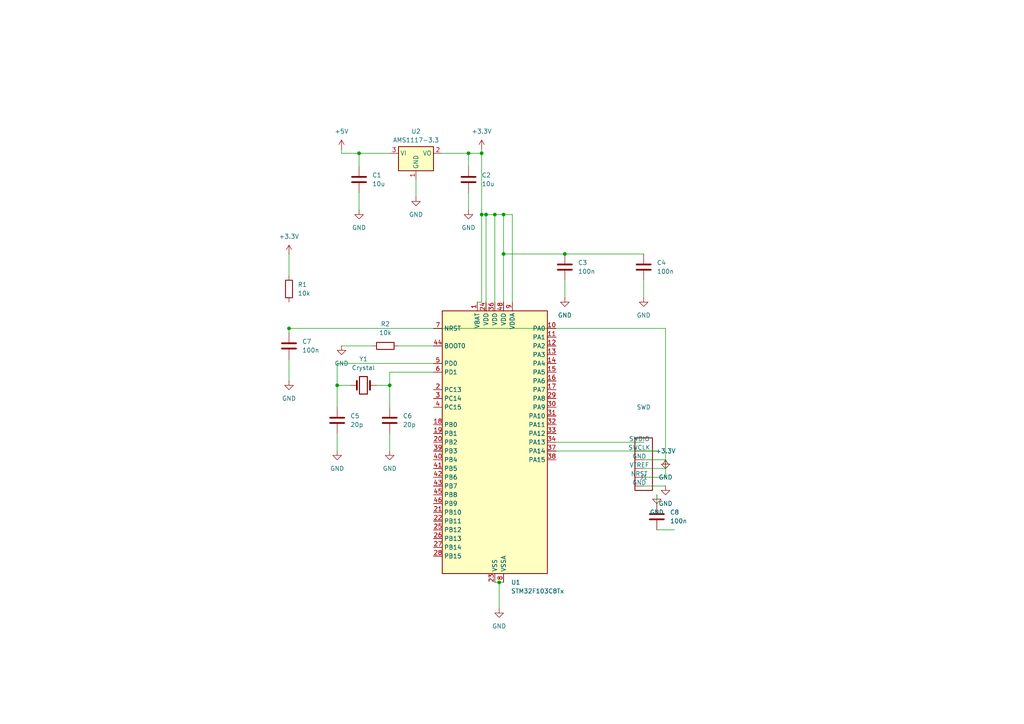
<source format=kicad_sch>
(kicad_sch (version 20250114) (generator "eeschema") (generator_version "9.0")
  (paper "A4")
  (lib_symbols
    (symbol "Device:C" (pin_numbers (hide yes)) (pin_names (offset 0.254))
      (property "Reference" "C" (at 0.635 2.54 0))
      (property "Value" "C" (at 0.635 -2.54 0))
      (symbol "C_0_1"
        (polyline (pts (xy -2.032 0.762) (xy 2.032 0.762)) (stroke (width 0.508)))
        (polyline (pts (xy -2.032 -0.762) (xy 2.032 -0.762)) (stroke (width 0.508)))
      )
      (symbol "C_1_1"
        (pin passive line (at 0 3.81 270) (length 2.794) (name "~") (number "1"))
        (pin passive line (at 0 -3.81 90) (length 2.794) (name "~") (number "2"))
      )
    )
    (symbol "Device:Crystal" (pin_numbers (hide yes)) (pin_names (offset 1.016) (hide yes))
      (property "Reference" "Y" (at 0 3.81 0))
      (property "Value" "Crystal" (at 0 -3.81 0))
      (symbol "Crystal_0_1"
        (polyline (pts (xy -2.54 0) (xy -1.905 0)))
        (polyline (pts (xy -1.905 -1.27) (xy -1.905 1.27)) (stroke (width 0.508)))
        (rectangle (start -1.143 2.54) (end 1.143 -2.54) (stroke (width 0.3048)))
        (polyline (pts (xy 1.905 -1.27) (xy 1.905 1.27)) (stroke (width 0.508)))
        (polyline (pts (xy 2.54 0) (xy 1.905 0)))
      )
      (symbol "Crystal_1_1"
        (pin passive line (at -3.81 0 0) (length 1.27) (name "1") (number "1"))
        (pin passive line (at 3.81 0 180) (length 1.27) (name "2") (number "2"))
      )
    )
    (symbol "Device:R" (pin_numbers (hide yes)) (pin_names (offset 0))
      (property "Reference" "R" (at 2.032 0 90))
      (property "Value" "R" (at 0 0 90))
      (symbol "R_0_1"
        (rectangle (start -1.016 -2.54) (end 1.016 2.54) (stroke (width 0.254)))
      )
      (symbol "R_1_1"
        (pin passive line (at 0 3.81 270) (length 1.27) (name "~") (number "1"))
        (pin passive line (at 0 -3.81 90) (length 1.27) (name "~") (number "2"))
      )
    )
    (symbol "MCU_ST_STM32F1:STM32F103C8Tx"
      (property "Reference" "U" (at -15.24 39.37 0))
      (property "Value" "STM32F103C8Tx" (at 7.62 39.37 0))
      (symbol "STM32F103C8Tx_0_1"
        (rectangle (start -15.24 -38.1) (end 15.24 38.1) (stroke (width 0.254)) (fill (type background)))
      )
      (symbol "STM32F103C8Tx_1_1"
        (pin input line (at -17.78 33.02 0) (length 2.54) (name "NRST") (number "7"))
        (pin input line (at -17.78 27.94 0) (length 2.54) (name "BOOT0") (number "44"))
        (pin bidirectional line (at -17.78 22.86 0) (length 2.54) (name "PD0") (number "5"))
        (pin bidirectional line (at -17.78 20.32 0) (length 2.54) (name "PD1") (number "6"))
        (pin bidirectional line (at -17.78 15.24 0) (length 2.54) (name "PC13") (number "2"))
        (pin bidirectional line (at -17.78 12.7 0) (length 2.54) (name "PC14") (number "3"))
        (pin bidirectional line (at -17.78 10.16 0) (length 2.54) (name "PC15") (number "4"))
        (pin bidirectional line (at -17.78 5.08 0) (length 2.54) (name "PB0") (number "18"))
        (pin bidirectional line (at -17.78 2.54 0) (length 2.54) (name "PB1") (number "19"))
        (pin bidirectional line (at -17.78 0 0) (length 2.54) (name "PB2") (number "20"))
        (pin bidirectional line (at -17.78 -2.54 0) (length 2.54) (name "PB3") (number "39"))
        (pin bidirectional line (at -17.78 -5.08 0) (length 2.54) (name "PB4") (number "40"))
        (pin bidirectional line (at -17.78 -7.62 0) (length 2.54) (name "PB5") (number "41"))
        (pin bidirectional line (at -17.78 -10.16 0) (length 2.54) (name "PB6") (number "42"))
        (pin bidirectional line (at -17.78 -12.7 0) (length 2.54) (name "PB7") (number "43"))
        (pin bidirectional line (at -17.78 -15.24 0) (length 2.54) (name "PB8") (number "45"))
        (pin bidirectional line (at -17.78 -17.78 0) (length 2.54) (name "PB9") (number "46"))
        (pin bidirectional line (at -17.78 -20.32 0) (length 2.54) (name "PB10") (number "21"))
        (pin bidirectional line (at -17.78 -22.86 0) (length 2.54) (name "PB11") (number "22"))
        (pin bidirectional line (at -17.78 -25.4 0) (length 2.54) (name "PB12") (number "25"))
        (pin bidirectional line (at -17.78 -27.94 0) (length 2.54) (name "PB13") (number "26"))
        (pin bidirectional line (at -17.78 -30.48 0) (length 2.54) (name "PB14") (number "27"))
        (pin bidirectional line (at -17.78 -33.02 0) (length 2.54) (name "PB15") (number "28"))
        (pin power_in line (at -5.08 40.64 270) (length 2.54) (name "VBAT") (number "1"))
        (pin power_in line (at -2.54 40.64 270) (length 2.54) (name "VDD") (number "24"))
        (pin power_in line (at 0 40.64 270) (length 2.54) (name "VDD") (number "36"))
        (pin power_in line (at 0 -40.64 90) (length 2.54) (name "VSS") (number "23"))
        (pin passive line (at 0 -40.64 90) (length 2.54) (hide yes) (name "VSS") (number "35"))
        (pin passive line (at 0 -40.64 90) (length 2.54) (hide yes) (name "VSS") (number "47"))
        (pin power_in line (at 2.54 40.64 270) (length 2.54) (name "VDD") (number "48"))
        (pin power_in line (at 2.54 -40.64 90) (length 2.54) (name "VSSA") (number "8"))
        (pin power_in line (at 5.08 40.64 270) (length 2.54) (name "VDDA") (number "9"))
        (pin bidirectional line (at 17.78 33.02 180) (length 2.54) (name "PA0") (number "10"))
        (pin bidirectional line (at 17.78 30.48 180) (length 2.54) (name "PA1") (number "11"))
        (pin bidirectional line (at 17.78 27.94 180) (length 2.54) (name "PA2") (number "12"))
        (pin bidirectional line (at 17.78 25.4 180) (length 2.54) (name "PA3") (number "13"))
        (pin bidirectional line (at 17.78 22.86 180) (length 2.54) (name "PA4") (number "14"))
        (pin bidirectional line (at 17.78 20.32 180) (length 2.54) (name "PA5") (number "15"))
        (pin bidirectional line (at 17.78 17.78 180) (length 2.54) (name "PA6") (number "16"))
        (pin bidirectional line (at 17.78 15.24 180) (length 2.54) (name "PA7") (number "17"))
        (pin bidirectional line (at 17.78 12.7 180) (length 2.54) (name "PA8") (number "29"))
        (pin bidirectional line (at 17.78 10.16 180) (length 2.54) (name "PA9") (number "30"))
        (pin bidirectional line (at 17.78 7.62 180) (length 2.54) (name "PA10") (number "31"))
        (pin bidirectional line (at 17.78 5.08 180) (length 2.54) (name "PA11") (number "32"))
        (pin bidirectional line (at 17.78 2.54 180) (length 2.54) (name "PA12") (number "33"))
        (pin bidirectional line (at 17.78 0 180) (length 2.54) (name "PA13") (number "34"))
        (pin bidirectional line (at 17.78 -2.54 180) (length 2.54) (name "PA14") (number "37"))
        (pin bidirectional line (at 17.78 -5.08 180) (length 2.54) (name "PA15") (number "38"))
      )
    )
    (symbol "Regulator_Linear:AMS1117-3.3"
      (property "Reference" "U" (at -3.81 3.175 0))
      (property "Value" "AMS1117-3.3" (at 0 3.175 0))
      (symbol "AMS1117-3.3_0_1"
        (rectangle (start -5.08 -5.08) (end 5.08 1.905) (stroke (width 0.254)) (fill (type background)))
      )
      (symbol "AMS1117-3.3_1_1"
        (pin power_in line (at -7.62 0 0) (length 2.54) (name "VI") (number "3"))
        (pin power_in line (at 0 -7.62 90) (length 2.54) (name "GND") (number "1"))
        (pin power_out line (at 7.62 0 180) (length 2.54) (name "VO") (number "2"))
      )
    )
    (symbol "power:+3.3V" (power) (pin_numbers (hide yes)) (pin_names (offset 0) (hide yes))
      (property "Value" "+3.3V" (at 0 3.556 0))
      (symbol "+3.3V_0_1"
        (polyline (pts (xy -0.762 1.27) (xy 0 2.54)))
        (polyline (pts (xy 0 2.54) (xy 0.762 1.27)))
        (polyline (pts (xy 0 0) (xy 0 2.54)))
      )
      (symbol "+3.3V_1_1"
        (pin power_in line (at 0 0 90) (length 0) (name "~") (number "1"))
      )
    )
    (symbol "power:+5V" (power) (pin_numbers (hide yes)) (pin_names (offset 0) (hide yes))
      (property "Value" "+5V" (at 0 3.556 0))
      (symbol "+5V_0_1"
        (polyline (pts (xy -0.762 1.27) (xy 0 2.54)))
        (polyline (pts (xy 0 2.54) (xy 0.762 1.27)))
        (polyline (pts (xy 0 0) (xy 0 2.54)))
      )
      (symbol "+5V_1_1"
        (pin power_in line (at 0 0 90) (length 0) (name "~") (number "1"))
      )
    )
    (symbol "power:GND" (power) (pin_numbers (hide yes)) (pin_names (offset 0) (hide yes))
      (property "Value" "GND" (at 0 -3.81 0))
      (symbol "GND_0_1"
        (polyline (pts (xy 0 0) (xy 0 -1.27) (xy 1.27 -1.27) (xy 0 -2.54) (xy -1.27 -1.27) (xy 0 -1.27)))
      )
      (symbol "GND_1_1"
        (pin power_in line (at 0 0 270) (length 0) (name "~") (number "1"))
      )
    )
    (symbol "Custom:SWD_Header" (pin_numbers (hide yes)) (pin_names (offset 0))
      (property "Reference" "J" (at 0 10.16 0))
      (property "Value" "SWD" (at 0 -10.16 0))
      (symbol "SWD_Header_0_1"
        (rectangle (start -2.54 -13.97) (end 2.54 1.27) (stroke (width 0.254)))
      )
      (symbol "SWD_Header_1_1"
        (pin passive line (at 0 0 180) (length 2.54) (name "SWDIO") (number "1"))
        (pin passive line (at 0 -2.54 180) (length 2.54) (name "SWCLK") (number "2"))
        (pin passive line (at 0 -5.08 180) (length 2.54) (name "GND") (number "3"))
        (pin passive line (at 0 -7.62 180) (length 2.54) (name "VTREF") (number "4"))
        (pin passive line (at 0 -10.16 180) (length 2.54) (name "NRST") (number "5"))
        (pin passive line (at 0 -12.7 180) (length 2.54) (name "GND") (number "6"))
      )
    )
  )
  (junction (at 83.82 95.25))
  (junction (at 146.05 73.66))
  (junction (at 144.78 168.91))
  (junction (at 97.79 111.76))
  (junction (at 139.7 44.45))
  (junction (at 146.05 62.23))
  (junction (at 139.7 62.23))
  (junction (at 113.03 111.76))
  (junction (at 140.97 62.23))
  (junction (at 104.14 44.45))
  (junction (at 163.83 73.66))
  (junction (at 135.89 44.45))
  (junction (at 143.51 62.23))
  (wire (pts (xy 113.03 111.76) (xy 113.03 118.11)))
  (wire (pts (xy 83.82 104.14) (xy 83.82 110.49)))
  (wire (pts (xy 113.03 44.45) (xy 104.14 44.45)))
  (wire (pts (xy 113.03 125.73) (xy 113.03 130.81)))
  (wire (pts (xy 104.14 55.88) (xy 104.14 60.96)))
  (wire (pts (xy 140.97 87.63) (xy 140.97 62.23)))
  (wire (pts (xy 135.89 44.45) (xy 139.7 44.45)))
  (wire (pts (xy 101.6 111.76) (xy 97.79 111.76)))
  (wire (pts (xy 128.27 44.45) (xy 135.89 44.45)))
  (wire (pts (xy 135.89 44.45) (xy 135.89 48.26)))
  (wire (pts (xy 146.05 73.66) (xy 163.83 73.66)))
  (wire (pts (xy 143.51 62.23) (xy 146.05 62.23)))
  (wire (pts (xy 146.05 73.66) (xy 146.05 62.23)))
  (wire (pts (xy 148.59 87.63) (xy 148.59 62.23)))
  (wire (pts (xy 143.51 87.63) (xy 143.51 62.23)))
  (wire (pts (xy 109.22 111.76) (xy 113.03 111.76)))
  (wire (pts (xy 120.65 52.07) (xy 120.65 57.15)))
  (wire (pts (xy 99.06 100.33) (xy 107.95 100.33)))
  (wire (pts (xy 83.82 95.25) (xy 83.82 96.52)))
  (wire (pts (xy 163.83 73.66) (xy 186.69 73.66)))
  (wire (pts (xy 115.57 100.33) (xy 125.73 100.33)))
  (wire (pts (xy 83.82 73.66) (xy 83.82 80.01)))
  (wire (pts (xy 144.78 176.53) (xy 144.78 168.91)))
  (wire (pts (xy 113.03 111.76) (xy 113.03 107.95)))
  (wire (pts (xy 146.05 87.63) (xy 146.05 73.66)))
  (wire (pts (xy 104.14 44.45) (xy 104.14 48.26)))
  (wire (pts (xy 97.79 111.76) (xy 97.79 105.41)))
  (wire (pts (xy 144.78 168.91) (xy 143.51 168.91)))
  (wire (pts (xy 97.79 125.73) (xy 97.79 130.81)))
  (wire (pts (xy 139.7 87.63) (xy 139.7 62.23)))
  (wire (pts (xy 139.7 62.23) (xy 139.7 44.45)))
  (wire (pts (xy 144.78 168.91) (xy 146.05 168.91)))
  (wire (pts (xy 125.73 95.25) (xy 83.82 95.25)))
  (wire (pts (xy 113.03 107.95) (xy 125.73 107.95)))
  (wire (pts (xy 135.89 55.88) (xy 135.89 60.96)))
  (wire (pts (xy 99.06 44.45) (xy 99.06 43.18)))
  (wire (pts (xy 140.97 62.23) (xy 143.51 62.23)))
  (wire (pts (xy 139.7 62.23) (xy 140.97 62.23)))
  (wire (pts (xy 138.43 87.63) (xy 139.7 87.63)))
  (wire (pts (xy 97.79 111.76) (xy 97.79 118.11)))
  (wire (pts (xy 146.05 62.23) (xy 148.59 62.23)))
  (wire (pts (xy 163.83 81.28) (xy 163.83 86.36)))
  (wire (pts (xy 104.14 44.45) (xy 99.06 44.45)))
  (wire (pts (xy 186.69 81.28) (xy 186.69 86.36)))
  (wire (pts (xy 139.7 44.45) (xy 139.7 43.18)))
  (wire (pts (xy 97.79 105.41) (xy 125.73 105.41)))
  (symbol (lib_id "power:GND") (at 163.83 86.36 0) (unit 1)
    (property "Reference" "#PWR06" (effects (hide yes)))
    (property "Value" "GND" (at 163.83 91.44 0))
    (property "Description" "Power symbol creates a global label with name \"GND\" , ground" (effects (hide yes)))
  )
  (symbol (lib_id "Device:R") (at 83.82 83.82 0) (unit 1)
    (property "Reference" "R1" (at 86.36 82.5499 0) (effects (justify left)))
    (property "Value" "10k" (at 86.36 85.0899 0) (effects (justify left)))
    (property "Description" "Resistor" (effects (hide yes)))
  )
  (symbol (lib_id "Regulator_Linear:AMS1117-3.3") (at 120.65 44.45 0) (unit 1)
    (property "Reference" "U2" (at 120.65 38.1 0))
    (property "Value" "AMS1117-3.3" (at 120.65 40.64 0))
    (property "Footprint" "Package_TO_SOT_SMD:SOT-223-3_TabPin2" (effects (hide yes)))
    (property "Datasheet" "http://www.advanced-monolithic.com/pdf/ds1117.pdf" (effects (hide yes)))
    (property "Description" "1A Low Dropout regulator, positive, 3.3V fixed output, SOT-223" (effects (hide yes)))
  )
  (symbol (lib_id "power:GND") (at 104.14 60.96 0) (unit 1)
    (property "Reference" "#PWR04" (effects (hide yes)))
    (property "Value" "GND" (at 104.14 66.04 0))
    (property "Description" "Power symbol creates a global label with name \"GND\" , ground" (effects (hide yes)))
  )
  (symbol (lib_id "Device:C") (at 186.69 77.47 0) (unit 1)
    (property "Reference" "C4" (at 190.5 76.1999 0) (effects (justify left)))
    (property "Value" "100n" (at 190.5 78.74 0) (effects (justify left)))
    (property "Description" "Unpolarized capacitor" (effects (hide yes)))
  )
  (symbol (lib_id "Device:C") (at 163.83 77.47 0) (unit 1)
    (property "Reference" "C3" (at 167.64 76.1999 0) (effects (justify left)))
    (property "Value" "100n" (at 167.64 78.7399 0) (effects (justify left)))
    (property "Description" "Unpolarized capacitor" (effects (hide yes)))
  )
  (symbol (lib_id "Device:C") (at 83.82 100.33 0) (unit 1)
    (property "Reference" "C7" (at 87.63 99.0599 0) (effects (justify left)))
    (property "Value" "100n" (at 87.63 101.5999 0) (effects (justify left)))
    (property "Description" "Unpolarized capacitor" (effects (hide yes)))
  )
  (symbol (lib_id "Device:C") (at 135.89 52.07 0) (unit 1)
    (property "Reference" "C2" (at 139.7 50.7999 0) (effects (justify left)))
    (property "Value" "10u" (at 139.7 53.3399 0) (effects (justify left)))
    (property "Description" "Unpolarized capacitor" (effects (hide yes)))
  )
  (symbol (lib_id "Device:R") (at 111.76 100.33 90) (unit 1)
    (property "Reference" "R2" (at 111.76 93.98 90))
    (property "Value" "10k" (at 111.76 96.52 90))
    (property "Description" "Resistor" (effects (hide yes)))
  )
  (symbol (lib_id "MCU_ST_STM32F1:STM32F103C8Tx") (at 143.51 128.27 0) (unit 1)
    (property "Reference" "U1" (at 148.1933 168.91 0) (effects (justify left)))
    (property "Value" "STM32F103C8Tx" (at 148.1933 171.45 0) (effects (justify left)))
    (property "Footprint" "Package_QFP:LQFP-48_7x7mm_P0.5mm" (effects (hide yes)))
    (property "Datasheet" "https://www.st.com/resource/en/datasheet/stm32f103c8.pdf" (effects (hide yes)))
    (property "Description" "STMicroelectronics Arm Cortex-M3 MCU, 64KB flash, 20KB RAM, 72 MHz, 2.0-3.6V, 37 GPIO, LQFP48" (effects (hide yes)))
  )
  (symbol (lib_id "Device:Crystal") (at 105.41 111.76 0) (unit 1)
    (property "Reference" "Y1" (at 105.41 104.14 0))
    (property "Value" "Crystal" (at 105.41 106.68 0))
    (property "Description" "Two pin crystal" (effects (hide yes)))
  )
  (symbol (lib_id "power:GND") (at 83.82 110.49 0) (unit 1)
    (property "Reference" "#PWR011" (effects (hide yes)))
    (property "Value" "GND" (at 83.82 115.57 0))
    (property "Description" "Power symbol creates a global label with name \"GND\" , ground" (effects (hide yes)))
  )
  (symbol (lib_id "power:GND") (at 135.89 60.96 0) (unit 1)
    (property "Reference" "#PWR05" (effects (hide yes)))
    (property "Value" "GND" (at 135.89 66.04 0))
    (property "Description" "Power symbol creates a global label with name \"GND\" , ground" (effects (hide yes)))
  )
  (symbol (lib_id "power:+3.3V") (at 83.82 73.66 0) (unit 1)
    (property "Reference" "#PWR010" (effects (hide yes)))
    (property "Value" "+3.3V" (at 83.82 68.58 0))
    (property "Description" "Power symbol creates a global label with name \"+3.3V\"" (effects (hide yes)))
  )
  (symbol (lib_id "power:+5V") (at 99.06 43.18 0) (unit 1)
    (property "Reference" "#PWR01" (effects (hide yes)))
    (property "Value" "+5V" (at 99.06 38.1 0))
    (property "Description" "Power symbol creates a global label with name \"+5V\"" (effects (hide yes)))
  )
  (symbol (lib_id "Device:C") (at 97.79 121.92 0) (unit 1)
    (property "Reference" "C5" (at 101.6 120.6499 0) (effects (justify left)))
    (property "Value" "20p" (at 101.6 123.1899 0) (effects (justify left)))
    (property "Description" "Unpolarized capacitor" (effects (hide yes)))
  )
  (symbol (lib_id "power:GND") (at 120.65 57.15 0) (unit 1)
    (property "Reference" "#PWR03" (effects (hide yes)))
    (property "Value" "GND" (at 120.65 62.23 0))
    (property "Description" "Power symbol creates a global label with name \"GND\" , ground" (effects (hide yes)))
  )
  (symbol (lib_id "power:GND") (at 99.06 100.33 0) (unit 1)
    (property "Reference" "#PWR012" (effects (hide yes)))
    (property "Value" "GND" (at 99.06 105.41 0))
    (property "Description" "Power symbol creates a global label with name \"GND\" , ground" (effects (hide yes)))
  )
  (symbol (lib_id "Device:C") (at 113.03 121.92 0) (unit 1)
    (property "Reference" "C6" (at 116.84 120.6499 0) (effects (justify left)))
    (property "Value" "20p" (at 116.84 123.1899 0) (effects (justify left)))
    (property "Description" "Unpolarized capacitor" (effects (hide yes)))
  )
  (symbol (lib_id "Device:C") (at 104.14 52.07 0) (unit 1)
    (property "Reference" "C1" (at 107.95 50.7999 0) (effects (justify left)))
    (property "Value" "10u" (at 107.95 53.3399 0) (effects (justify left)))
    (property "Description" "Unpolarized capacitor" (effects (hide yes)))
  )
  (symbol (lib_id "power:GND") (at 186.69 86.36 0) (unit 1)
    (property "Reference" "#PWR07" (effects (hide yes)))
    (property "Value" "GND" (at 186.69 91.44 0))
    (property "Description" "Power symbol creates a global label with name \"GND\" , ground" (effects (hide yes)))
  )
  (symbol (lib_id "power:GND") (at 144.78 176.53 0) (unit 1)
    (property "Reference" "#PWR013" (effects (hide yes)))
    (property "Value" "GND" (at 144.78 181.61 0))
    (property "Description" "Power symbol creates a global label with name \"GND\" , ground" (effects (hide yes)))
  )
  (symbol (lib_id "power:+3.3V") (at 139.7 43.18 0) (unit 1)
    (property "Reference" "#PWR02" (effects (hide yes)))
    (property "Value" "+3.3V" (at 139.7 38.1 0))
    (property "Description" "Power symbol creates a global label with name \"+3.3V\"" (effects (hide yes)))
  )
  (symbol (lib_id "power:GND") (at 97.79 130.81 0) (unit 1)
    (property "Reference" "#PWR08" (effects (hide yes)))
    (property "Value" "GND" (at 97.79 135.89 0))
    (property "Description" "Power symbol creates a global label with name \"GND\" , ground" (effects (hide yes)))
  )
  (symbol (lib_id "power:GND") (at 113.03 130.81 0) (unit 1)
    (property "Reference" "#PWR09" (effects (hide yes)))
    (property "Value" "GND" (at 113.03 135.89 0))
    (property "Description" "Power symbol creates a global label with name \"GND\" , ground" (effects (hide yes)))
  )
  (wire (pts (xy 186.69 128.27) (xy 161.29 128.27)))
  (wire (pts (xy 186.69 130.81) (xy 190.5 130.81)))
  (wire (pts (xy 190.5 130.81) (xy 161.29 130.81)))
  (wire (pts (xy 186.69 135.89) (xy 193.04 135.89)))
  (wire (pts (xy 186.69 133.35) (xy 193.04 133.35)))
  (wire (pts (xy 186.69 140.97) (xy 193.04 140.97)))
  (wire (pts (xy 186.69 138.43) (xy 193.04 138.43)))
  (wire (pts (xy 193.04 138.43) (xy 193.04 95.25)))
  (wire (pts (xy 193.04 95.25) (xy 125.73 95.25)))
  (wire (pts (xy 190.5 146.05) (xy 190.5 143.51)))
  (wire (pts (xy 190.5 153.67) (xy 195.58 153.67)))
  (symbol (lib_id "Custom:SWD_Header") (at 186.69 128.27 0) (unit 1)
    (property "Reference" "J1" (at 186.69 138.43 0))
    (property "Value" "SWD" (at 186.69 118.11 0))
    (property "Description" "SWD header" (effects (hide yes)))
  )
  (symbol (lib_id "power:GND") (at 193.04 133.35 0) (unit 1)
    (property "Reference" "#PWR014" (effects (hide yes)))
    (property "Value" "GND" (at 193.04 138.43 0))
    (property "Description" "Power symbol creates a global label with name \"GND\" , ground" (effects (hide yes)))
  )
  (symbol (lib_id "power:GND") (at 193.04 140.97 0) (unit 1)
    (property "Reference" "#PWR015" (effects (hide yes)))
    (property "Value" "GND" (at 193.04 146.05 0))
    (property "Description" "Power symbol creates a global label with name \"GND\" , ground" (effects (hide yes)))
  )
  (symbol (lib_id "power:+3.3V") (at 193.04 135.89 0) (unit 1)
    (property "Reference" "#PWR016" (effects (hide yes)))
    (property "Value" "+3.3V" (at 193.04 130.81 0))
    (property "Description" "Power symbol creates a global label with name \"+3.3V\"" (effects (hide yes)))
  )
  (symbol (lib_id "Device:C") (at 190.5 149.86 0) (unit 1)
    (property "Reference" "C8" (at 194.31 148.5899 0) (effects (justify left)))
    (property "Value" "100n" (at 194.31 151.1299 0) (effects (justify left)))
    (property "Description" "Unpolarized capacitor" (effects (hide yes)))
  )
  (symbol (lib_id "power:GND") (at 190.5 143.51 0) (unit 1)
    (property "Reference" "#PWR017" (effects (hide yes)))
    (property "Value" "GND" (at 190.5 148.59 0))
    (property "Description" "Power symbol creates a global label with name \"GND\" , ground" (effects (hide yes)))
  )
)
</source>
